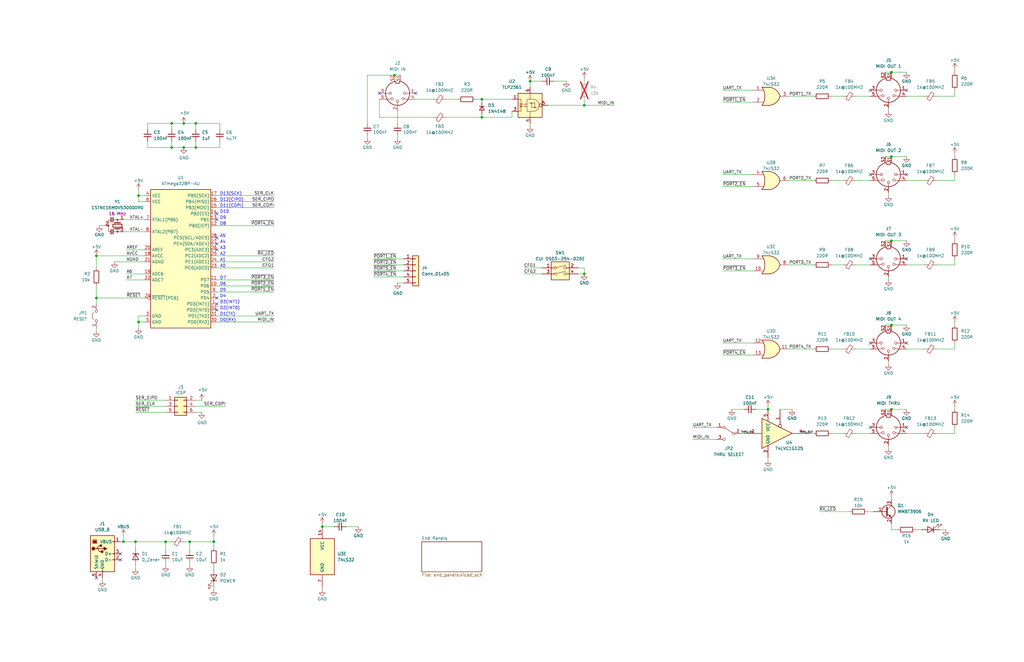
<source format=kicad_sch>
(kicad_sch (version 20230121) (generator eeschema)
  (paper "USLedger")
  (lib_symbols
    (symbol "74xGxx:74LVC1G125"
      (property "Reference" "U" (at -10.16 7.62 0))
      (property "Value" "74LVC1G125" (at 2.54 -7.62 0))
      (symbol "74LVC1G125_1_1"
        (pin input inverted (at 0 10.16 270) (length 7.62) (name "~") (number "1"))
        (pin input line (at -15.24 0 0) (length 7.62) (name "~") (number "2"))
        (pin power_in line (at -5.08 -10.16 90) (length 5.08) (name "GND") (number "3"))
        (pin tri_state line (at 12.7 0 180) (length 7.62) (name "~") (number "4"))
        (pin power_in line (at -5.08 10.16 270) (length 5.08) (name "VCC") (number "5"))
      )
    )
    (symbol "74xx:74LS32" (pin_names (offset 1.016))
      (property "Reference" "U" (at 0 1.27 0))
      (property "Value" "74LS32" (at 0 -1.27 0))
      (symbol "74LS32_1_1"
        (pin input line (at -7.62 2.54 0) (length 4.318) (name "~") (number "1"))
        (pin input line (at -7.62 -2.54 0) (length 4.318) (name "~") (number "2"))
        (pin output line (at 7.62 0 180) (length 3.81) (name "~") (number "3"))
      )
      (symbol "74LS32_1_2"
        (pin input inverted (at -7.62 2.54 0) (length 3.81) (name "~") (number "1"))
        (pin input inverted (at -7.62 -2.54 0) (length 3.81) (name "~") (number "2"))
        (pin output inverted (at 7.62 0 180) (length 3.81) (name "~") (number "3"))
      )
      (symbol "74LS32_2_1"
        (pin input line (at -7.62 2.54 0) (length 4.318) (name "~") (number "4"))
        (pin input line (at -7.62 -2.54 0) (length 4.318) (name "~") (number "5"))
        (pin output line (at 7.62 0 180) (length 3.81) (name "~") (number "6"))
      )
      (symbol "74LS32_2_2"
        (pin input inverted (at -7.62 2.54 0) (length 3.81) (name "~") (number "4"))
        (pin input inverted (at -7.62 -2.54 0) (length 3.81) (name "~") (number "5"))
        (pin output inverted (at 7.62 0 180) (length 3.81) (name "~") (number "6"))
      )
      (symbol "74LS32_3_1"
        (pin input line (at -7.62 -2.54 0) (length 4.318) (name "~") (number "10"))
        (pin output line (at 7.62 0 180) (length 3.81) (name "~") (number "8"))
        (pin input line (at -7.62 2.54 0) (length 4.318) (name "~") (number "9"))
      )
      (symbol "74LS32_3_2"
        (pin input inverted (at -7.62 -2.54 0) (length 3.81) (name "~") (number "10"))
        (pin output inverted (at 7.62 0 180) (length 3.81) (name "~") (number "8"))
        (pin input inverted (at -7.62 2.54 0) (length 3.81) (name "~") (number "9"))
      )
      (symbol "74LS32_4_1"
        (pin output line (at 7.62 0 180) (length 3.81) (name "~") (number "11"))
        (pin input line (at -7.62 2.54 0) (length 4.318) (name "~") (number "12"))
        (pin input line (at -7.62 -2.54 0) (length 4.318) (name "~") (number "13"))
      )
      (symbol "74LS32_4_2"
        (pin output inverted (at 7.62 0 180) (length 3.81) (name "~") (number "11"))
        (pin input inverted (at -7.62 2.54 0) (length 3.81) (name "~") (number "12"))
        (pin input inverted (at -7.62 -2.54 0) (length 3.81) (name "~") (number "13"))
      )
      (symbol "74LS32_5_0"
        (pin power_in line (at 0 12.7 270) (length 5.08) (name "VCC") (number "14"))
        (pin power_in line (at 0 -12.7 90) (length 5.08) (name "GND") (number "7"))
      )
    )
    (symbol "Connector:USB_B" (pin_names (offset 1.016))
      (property "Reference" "J" (at -5.08 11.43 0))
      (property "Value" "USB_B" (at -5.08 8.89 0))
      (symbol "USB_B_1_1"
        (pin power_out line (at 7.62 5.08 180) (length 2.54) (name "VBUS") (number "1"))
        (pin bidirectional line (at 7.62 -2.54 180) (length 2.54) (name "D-") (number "2"))
        (pin bidirectional line (at 7.62 0 180) (length 2.54) (name "D+") (number "3"))
        (pin power_out line (at 0 -10.16 90) (length 2.54) (name "GND") (number "4"))
        (pin passive line (at -2.54 -10.16 90) (length 2.54) (name "Shield") (number "5"))
      )
    )
    (symbol "Connector_Generic:Conn_01x05" (pin_names (offset 1.016) hide)
      (property "Reference" "J" (at 0 7.62 0))
      (property "Value" "Conn_01x05" (at 0 -7.62 0))
      (symbol "Conn_01x05_1_1"
        (pin passive line (at -5.08 5.08 0) (length 3.81) (name "Pin_1") (number "1"))
        (pin passive line (at -5.08 2.54 0) (length 3.81) (name "Pin_2") (number "2"))
        (pin passive line (at -5.08 0 0) (length 3.81) (name "Pin_3") (number "3"))
        (pin passive line (at -5.08 -2.54 0) (length 3.81) (name "Pin_4") (number "4"))
        (pin passive line (at -5.08 -5.08 0) (length 3.81) (name "Pin_5") (number "5"))
      )
    )
    (symbol "Connector_Generic:Conn_02x03_Odd_Even" (pin_names (offset 1.016) hide)
      (property "Reference" "J" (at 1.27 5.08 0))
      (property "Value" "Conn_02x03_Odd_Even" (at 1.27 -5.08 0))
      (symbol "Conn_02x03_Odd_Even_1_1"
        (pin passive line (at -5.08 2.54 0) (length 3.81) (name "Pin_1") (number "1"))
        (pin passive line (at 7.62 2.54 180) (length 3.81) (name "Pin_2") (number "2"))
        (pin passive line (at -5.08 0 0) (length 3.81) (name "Pin_3") (number "3"))
        (pin passive line (at 7.62 0 180) (length 3.81) (name "Pin_4") (number "4"))
        (pin passive line (at -5.08 -2.54 0) (length 3.81) (name "Pin_5") (number "5"))
        (pin passive line (at 7.62 -2.54 180) (length 3.81) (name "Pin_6") (number "6"))
      )
    )
    (symbol "Device:C_Small" (pin_numbers hide) (pin_names (offset 0.254) hide)
      (property "Reference" "C" (at 0.254 1.778 0))
      (property "Value" "C_Small" (at 0.254 -2.032 0))
      (symbol "C_Small_1_1"
        (pin passive line (at 0 2.54 270) (length 2.032) (name "~") (number "1"))
        (pin passive line (at 0 -2.54 90) (length 2.032) (name "~") (number "2"))
      )
    )
    (symbol "Device:D_Small" (pin_numbers hide) (pin_names (offset 0.254) hide)
      (property "Reference" "D" (at -1.27 2.032 0))
      (property "Value" "D_Small" (at -3.81 -2.032 0))
      (symbol "D_Small_1_1"
        (pin passive line (at -2.54 0 0) (length 1.778) (name "K") (number "1"))
        (pin passive line (at 2.54 0 180) (length 1.778) (name "A") (number "2"))
      )
    )
    (symbol "Device:D_Zener" (pin_numbers hide) (pin_names (offset 1.016) hide)
      (property "Reference" "D" (at 0 2.54 0))
      (property "Value" "D_Zener" (at 0 -2.54 0))
      (symbol "D_Zener_1_1"
        (pin passive line (at -3.81 0 0) (length 2.54) (name "K") (number "1"))
        (pin passive line (at 3.81 0 180) (length 2.54) (name "A") (number "2"))
      )
    )
    (symbol "Device:FerriteBead_Small" (pin_numbers hide) (pin_names (offset 0))
      (property "Reference" "FB" (at 1.905 1.27 0))
      (property "Value" "FerriteBead_Small" (at 1.905 -1.27 0))
      (symbol "FerriteBead_Small_1_1"
        (pin passive line (at 0 2.54 270) (length 1.27) (name "~") (number "1"))
        (pin passive line (at 0 -2.54 90) (length 1.27) (name "~") (number "2"))
      )
    )
    (symbol "Device:LED" (pin_numbers hide) (pin_names (offset 1.016) hide)
      (property "Reference" "D" (at 0 2.54 0))
      (property "Value" "LED" (at 0 -2.54 0))
      (symbol "LED_1_1"
        (pin passive line (at -3.81 0 0) (length 2.54) (name "K") (number "1"))
        (pin passive line (at 3.81 0 180) (length 2.54) (name "A") (number "2"))
      )
    )
    (symbol "Device:R" (pin_numbers hide) (pin_names (offset 0))
      (property "Reference" "R" (at 2.032 0 90))
      (property "Value" "R" (at 0 0 90))
      (symbol "R_1_1"
        (pin passive line (at 0 3.81 270) (length 1.27) (name "~") (number "1"))
        (pin passive line (at 0 -3.81 90) (length 1.27) (name "~") (number "2"))
      )
    )
    (symbol "Device:Resonator_Small" (pin_names (offset 1.016) hide)
      (property "Reference" "Y" (at 3.175 1.905 0))
      (property "Value" "Resonator_Small" (at 3.175 0 0))
      (symbol "Resonator_Small_1_1"
        (pin passive line (at -2.54 2.54 270) (length 1.27) (name "1") (number "1"))
        (pin passive line (at 0 -5.08 90) (length 1.27) (name "2") (number "2"))
        (pin passive line (at 2.54 2.54 270) (length 1.27) (name "3") (number "3"))
      )
    )
    (symbol "Jumper:Jumper_2_Open" (pin_names (offset 0) hide)
      (property "Reference" "JP" (at 0 2.794 0))
      (property "Value" "Jumper_2_Open" (at 0 -2.286 0))
      (symbol "Jumper_2_Open_1_1"
        (pin passive line (at -5.08 0 0) (length 2.54) (name "A") (number "1"))
        (pin passive line (at 5.08 0 180) (length 2.54) (name "B") (number "2"))
      )
    )
    (symbol "MCU_Microchip_ATMega_Alternate:ATmega328P-AU"
      (property "Reference" "U" (at -12.7 30.48 0))
      (property "Value" "ATmega328P-AU" (at -8.89 -30.48 0))
      (symbol "ATmega328P-AU_1_1"
        (pin tri_state line (at 15.24 -19.05 180) (length 2.54) (name "PD3(INT1)") (number "1"))
        (pin tri_state line (at 15.24 -11.43 180) (length 2.54) (name "PD6") (number "10"))
        (pin tri_state line (at 15.24 -8.89 180) (length 2.54) (name "PD7") (number "11"))
        (pin tri_state line (at 15.24 13.97 180) (length 2.54) (name "PB0(ICP)") (number "12"))
        (pin tri_state line (at 15.24 16.51 180) (length 2.54) (name "PB1") (number "13"))
        (pin tri_state line (at 15.24 19.05 180) (length 2.54) (name "PB2(CS)") (number "14"))
        (pin tri_state line (at 15.24 21.59 180) (length 2.54) (name "PB3(MOSI)") (number "15"))
        (pin tri_state line (at 15.24 24.13 180) (length 2.54) (name "PB4(MISO)") (number "16"))
        (pin tri_state line (at 15.24 26.67 180) (length 2.54) (name "PB5(SCK)") (number "17"))
        (pin power_in line (at -15.24 1.27 0) (length 2.54) (name "AVCC") (number "18"))
        (pin input line (at -15.24 -6.35 0) (length 2.54) (name "ADC6") (number "19"))
        (pin tri_state line (at 15.24 -16.51 180) (length 2.54) (name "PD4") (number "2"))
        (pin passive line (at -15.24 3.81 0) (length 2.54) (name "AREF") (number "20"))
        (pin passive line (at -15.24 -1.27 0) (length 2.54) (name "AGND") (number "21"))
        (pin input line (at -15.24 -8.89 0) (length 2.54) (name "ADC7") (number "22"))
        (pin tri_state line (at 15.24 -3.81 180) (length 2.54) (name "PC0(ADC0)") (number "23"))
        (pin tri_state line (at 15.24 -1.27 180) (length 2.54) (name "PC1(ADC1)") (number "24"))
        (pin tri_state line (at 15.24 1.27 180) (length 2.54) (name "PC2(ADC2)") (number "25"))
        (pin tri_state line (at 15.24 3.81 180) (length 2.54) (name "PC3(ADC3)") (number "26"))
        (pin tri_state line (at 15.24 6.35 180) (length 2.54) (name "PC4(SDA/ADC4)") (number "27"))
        (pin tri_state line (at 15.24 8.89 180) (length 2.54) (name "PC5(SCL/ADC5)") (number "28"))
        (pin tri_state inverted (at -15.24 -16.51 0) (length 2.54) (name "~{RESET}(PC6)") (number "29"))
        (pin power_in line (at -15.24 -24.13 0) (length 2.54) (name "GND") (number "3"))
        (pin tri_state line (at 15.24 -26.67 180) (length 2.54) (name "PD0(RXD)") (number "30"))
        (pin tri_state line (at 15.24 -24.13 180) (length 2.54) (name "PD1(TXD)") (number "31"))
        (pin tri_state line (at 15.24 -21.59 180) (length 2.54) (name "PD2(INT0)") (number "32"))
        (pin power_in line (at -15.24 26.67 0) (length 2.54) (name "VCC") (number "4"))
        (pin passive line (at -15.24 -26.67 0) (length 2.54) (name "GND") (number "5"))
        (pin passive line (at -15.24 24.13 0) (length 2.54) (name "VCC") (number "6"))
        (pin tri_state line (at -15.24 16.51 0) (length 2.54) (name "XTAL1(PB6)") (number "7"))
        (pin tri_state line (at -15.24 11.43 0) (length 2.54) (name "XTAL2(PB7)") (number "8"))
        (pin tri_state line (at 15.24 -13.97 180) (length 2.54) (name "PD5") (number "9"))
      )
    )
    (symbol "Switch:SW_DIP_x02" (pin_names (offset 0) hide)
      (property "Reference" "SW1" (at 0 8.89 0))
      (property "Value" "SW_DIP_x02" (at 0 6.35 0))
      (symbol "SW_DIP_x02_1_1"
        (pin passive line (at -7.62 2.54 0) (length 5.08) (name "~") (number "1"))
        (pin passive line (at 7.62 2.54 180) (length 5.08) (name "~") (number "2"))
        (pin passive line (at -7.62 0 0) (length 5.08) (name "~") (number "3"))
        (pin passive line (at 7.62 0 180) (length 5.08) (name "~") (number "4"))
      )
    )
    (symbol "Switch:SW_SPDT" (pin_names (offset 0) hide)
      (property "Reference" "SW" (at 0 4.318 0))
      (property "Value" "SW_SPDT" (at 0 -5.08 0))
      (symbol "SW_SPDT_1_1"
        (pin passive line (at 5.08 2.54 180) (length 2.54) (name "A") (number "1"))
        (pin passive line (at -5.08 0 0) (length 2.54) (name "B") (number "2"))
        (pin passive line (at 5.08 -2.54 180) (length 2.54) (name "C") (number "3"))
      )
    )
    (symbol "Transistor_BJT:MMBT3906" (pin_names (offset 0) hide)
      (property "Reference" "Q" (at 5.08 1.905 0))
      (property "Value" "MMBT3906" (at 5.08 0 0))
      (symbol "MMBT3906_1_1"
        (pin input line (at -5.08 0 0) (length 5.715) (name "B") (number "1"))
        (pin passive line (at 2.54 -5.08 90) (length 2.54) (name "E") (number "2"))
        (pin passive line (at 2.54 5.08 270) (length 2.54) (name "C") (number "3"))
      )
    )
    (symbol "kosmo-lib:DIN-5_180degree_Shielded" (pin_names (offset 1.016))
      (property "Reference" "J?" (at 0 10.9474 0))
      (property "Value" "DIN-5_180degree_Shielded" (at 0 8.636 0))
      (symbol "DIN-5_180degree_Shielded_1_1"
        (pin passive line (at -7.62 0 0) (length 2.54) (name "~") (number "1"))
        (pin passive line (at 0 7.62 270) (length 2.54) (name "~") (number "2"))
        (pin passive line (at 7.62 0 180) (length 2.54) (name "~") (number "3"))
        (pin passive line (at -7.62 2.54 0) (length 2.54) (name "~") (number "4"))
        (pin passive line (at 7.62 2.54 180) (length 2.54) (name "~") (number "5"))
        (pin passive line (at -1.27 -7.62 90) (length 2.54) (name "~") (number "S1"))
        (pin passive line (at 1.27 -7.62 90) (length 2.54) (name "~") (number "S2"))
      )
    )
    (symbol "kosmo-lib:TLP2361" (pin_names (offset 1.016))
      (property "Reference" "U2" (at -6.35 10.16 0))
      (property "Value" "TLP2361" (at -6.35 7.62 0))
      (symbol "TLP2361_1_1"
        (pin passive line (at -7.62 2.54 0) (length 2.54) (name "~") (number "1"))
        (pin no_connect line (at -5.08 0 0) (length 2.54) hide (name "~") (number "2"))
        (pin passive line (at -7.62 -2.54 0) (length 2.54) (name "~") (number "3"))
        (pin power_in line (at 0 -7.62 90) (length 2.54) (name "~") (number "4"))
        (pin output inverted (at 7.62 0 180) (length 3.81) (name "~") (number "5"))
        (pin power_in line (at 0 7.62 270) (length 2.54) (name "~") (number "6"))
      )
    )
    (symbol "power:+5V" (power) (pin_names (offset 0))
      (property "Value" "+5V" (at 0 3.556 0))
      (symbol "+5V_1_1"
        (pin power_in line (at 0 0 90) (length 0) hide (name "+5V") (number "1"))
      )
    )
    (symbol "power:GND" (power) (pin_names (offset 0))
      (property "Value" "GND" (at 0 -3.81 0))
      (symbol "GND_1_1"
        (pin power_in line (at 0 0 270) (length 0) hide (name "GND") (number "1"))
      )
    )
    (symbol "power:VBUS" (power) (pin_names (offset 0))
      (property "Value" "VBUS" (at 0 3.81 0))
      (symbol "VBUS_1_1"
        (pin power_in line (at 0 0 90) (length 0) hide (name "VBUS") (number "1"))
      )
    )
  )
  (junction (at 58.42 82.55))
  (junction (at 375.92 101.6))
  (junction (at 40.64 107.95))
  (junction (at 40.64 125.73))
  (junction (at 77.47 62.23))
  (junction (at 82.55 52.07))
  (junction (at 69.85 228.6))
  (junction (at 246.38 115.57))
  (junction (at 246.38 44.45))
  (junction (at 52.07 228.6))
  (junction (at 203.2 49.53))
  (junction (at 375.92 66.04))
  (junction (at 135.89 222.25))
  (junction (at 57.15 228.6))
  (junction (at 375.92 30.48))
  (junction (at 80.01 228.6))
  (junction (at 77.47 52.07))
  (junction (at 323.85 172.72))
  (junction (at 166.37 31.75))
  (junction (at 203.2 41.91))
  (junction (at 223.52 34.29))
  (junction (at 58.42 135.89))
  (junction (at 82.55 62.23))
  (junction (at 90.17 228.6))
  (junction (at 375.92 137.16))
  (junction (at 72.39 52.07))
  (junction (at 375.92 172.72))
  (junction (at 72.39 62.23))
  (no_connect (at 367.03 144.78))
  (no_connect (at 382.27 180.34))
  (no_connect (at 382.27 109.22))
  (no_connect (at 91.44 105.41))
  (no_connect (at 50.8 233.68))
  (no_connect (at 382.27 144.78))
  (no_connect (at 91.44 125.73))
  (no_connect (at 91.44 102.87))
  (no_connect (at 91.44 130.81))
  (no_connect (at 367.03 109.22))
  (no_connect (at 50.8 236.22))
  (no_connect (at 91.44 128.27))
  (no_connect (at 91.44 92.71))
  (no_connect (at 175.26 39.37))
  (no_connect (at 160.02 39.37))
  (no_connect (at 367.03 38.1))
  (no_connect (at 367.03 180.34))
  (no_connect (at 382.27 38.1))
  (no_connect (at 382.27 73.66))
  (no_connect (at 40.64 243.84))
  (no_connect (at 367.03 73.66))
  (no_connect (at 91.44 100.33))
  (no_connect (at 91.44 90.17))
  (wire (pts (xy 304.8 114.3) (xy 317.5 114.3)))
  (wire (pts (xy 52.07 97.79) (xy 60.96 97.79)))
  (wire (pts (xy 203.2 41.91) (xy 215.9 41.91)))
  (wire (pts (xy 373.38 30.48) (xy 375.92 30.48)))
  (wire (pts (xy 223.52 34.29) (xy 223.52 36.83)))
  (wire (pts (xy 80.01 232.41) (xy 80.01 228.6)))
  (wire (pts (xy 57.15 171.45) (xy 69.85 171.45)))
  (wire (pts (xy 92.71 62.23) (xy 82.55 62.23)))
  (wire (pts (xy 95.25 171.45) (xy 82.55 171.45)))
  (wire (pts (xy 62.23 62.23) (xy 72.39 62.23)))
  (wire (pts (xy 312.42 182.88) (xy 313.69 182.88)))
  (wire (pts (xy 72.39 52.07) (xy 77.47 52.07)))
  (wire (pts (xy 62.23 52.07) (xy 72.39 52.07)))
  (wire (pts (xy 91.44 120.65) (xy 115.57 120.65)))
  (wire (pts (xy 91.44 82.55) (xy 115.57 82.55)))
  (wire (pts (xy 231.14 44.45) (xy 246.38 44.45)))
  (wire (pts (xy 360.68 182.88) (xy 367.03 182.88)))
  (wire (pts (xy 57.15 168.91) (xy 69.85 168.91)))
  (wire (pts (xy 382.27 147.32) (xy 389.89 147.32)))
  (wire (pts (xy 402.59 73.66) (xy 402.59 76.2)))
  (wire (pts (xy 72.39 59.69) (xy 72.39 62.23)))
  (wire (pts (xy 82.55 52.07) (xy 92.71 52.07)))
  (wire (pts (xy 374.65 116.84) (xy 374.65 118.11)))
  (wire (pts (xy 91.44 118.11) (xy 115.57 118.11)))
  (wire (pts (xy 58.42 82.55) (xy 60.96 82.55)))
  (wire (pts (xy 304.8 38.1) (xy 317.5 38.1)))
  (wire (pts (xy 160.02 41.91) (xy 160.02 49.53)))
  (wire (pts (xy 58.42 133.35) (xy 60.96 133.35)))
  (wire (pts (xy 350.52 40.64) (xy 355.6 40.64)))
  (wire (pts (xy 82.55 52.07) (xy 82.55 54.61)))
  (wire (pts (xy 40.64 125.73) (xy 40.64 128.27)))
  (wire (pts (xy 318.77 172.72) (xy 323.85 172.72)))
  (wire (pts (xy 394.97 40.64) (xy 402.59 40.64)))
  (wire (pts (xy 166.37 31.75) (xy 168.91 31.75)))
  (wire (pts (xy 91.44 107.95) (xy 115.57 107.95)))
  (wire (pts (xy 203.2 41.91) (xy 203.2 43.18)))
  (wire (pts (xy 246.38 115.57) (xy 246.38 113.03)))
  (wire (pts (xy 304.8 109.22) (xy 317.5 109.22)))
  (wire (pts (xy 394.97 111.76) (xy 402.59 111.76)))
  (wire (pts (xy 157.48 109.22) (xy 170.18 109.22)))
  (wire (pts (xy 167.64 46.99) (xy 167.64 52.07)))
  (wire (pts (xy 90.17 247.65) (xy 90.17 248.92)))
  (wire (pts (xy 382.27 182.88) (xy 389.89 182.88)))
  (wire (pts (xy 332.74 76.2) (xy 342.9 76.2)))
  (wire (pts (xy 85.09 173.99) (xy 82.55 173.99)))
  (wire (pts (xy 62.23 54.61) (xy 62.23 52.07)))
  (wire (pts (xy 223.52 52.07) (xy 223.52 53.34)))
  (wire (pts (xy 246.38 115.57) (xy 243.84 115.57)))
  (wire (pts (xy 53.34 118.11) (xy 60.96 118.11)))
  (wire (pts (xy 373.38 66.04) (xy 375.92 66.04)))
  (wire (pts (xy 304.8 73.66) (xy 317.5 73.66)))
  (wire (pts (xy 292.1 180.34) (xy 302.26 180.34)))
  (wire (pts (xy 323.85 171.45) (xy 323.85 172.72)))
  (wire (pts (xy 382.27 137.16) (xy 375.92 137.16)))
  (wire (pts (xy 135.89 220.98) (xy 135.89 222.25)))
  (wire (pts (xy 91.44 135.89) (xy 115.57 135.89)))
  (wire (pts (xy 402.59 135.89) (xy 402.59 137.16)))
  (wire (pts (xy 60.96 125.73) (xy 40.64 125.73)))
  (wire (pts (xy 402.59 144.78) (xy 402.59 147.32)))
  (wire (pts (xy 43.18 243.84) (xy 43.18 245.11)))
  (wire (pts (xy 223.52 34.29) (xy 228.6 34.29)))
  (wire (pts (xy 72.39 62.23) (xy 77.47 62.23)))
  (wire (pts (xy 91.44 110.49) (xy 115.57 110.49)))
  (wire (pts (xy 72.39 54.61) (xy 72.39 52.07)))
  (wire (pts (xy 394.97 182.88) (xy 402.59 182.88)))
  (wire (pts (xy 365.76 215.9) (xy 368.3 215.9)))
  (wire (pts (xy 382.27 30.48) (xy 375.92 30.48)))
  (wire (pts (xy 53.34 105.41) (xy 60.96 105.41)))
  (wire (pts (xy 135.89 222.25) (xy 140.97 222.25)))
  (wire (pts (xy 332.74 147.32) (xy 342.9 147.32)))
  (wire (pts (xy 246.38 113.03) (xy 243.84 113.03)))
  (wire (pts (xy 373.38 137.16) (xy 375.92 137.16)))
  (wire (pts (xy 77.47 52.07) (xy 82.55 52.07)))
  (wire (pts (xy 80.01 228.6) (xy 90.17 228.6)))
  (wire (pts (xy 80.01 228.6) (xy 77.47 228.6)))
  (wire (pts (xy 82.55 62.23) (xy 82.55 59.69)))
  (wire (pts (xy 187.96 49.53) (xy 203.2 49.53)))
  (wire (pts (xy 62.23 59.69) (xy 62.23 62.23)))
  (wire (pts (xy 228.6 113.03) (xy 220.98 113.03)))
  (wire (pts (xy 146.05 222.25) (xy 151.13 222.25)))
  (wire (pts (xy 374.65 45.72) (xy 374.65 46.99)))
  (wire (pts (xy 58.42 135.89) (xy 60.96 135.89)))
  (wire (pts (xy 58.42 80.01) (xy 58.42 82.55)))
  (wire (pts (xy 77.47 62.23) (xy 82.55 62.23)))
  (wire (pts (xy 91.44 123.19) (xy 115.57 123.19)))
  (wire (pts (xy 157.48 114.3) (xy 170.18 114.3)))
  (wire (pts (xy 382.27 76.2) (xy 389.89 76.2)))
  (wire (pts (xy 115.57 133.35) (xy 91.44 133.35)))
  (wire (pts (xy 48.26 110.49) (xy 60.96 110.49)))
  (wire (pts (xy 382.27 172.72) (xy 375.92 172.72)))
  (wire (pts (xy 157.48 116.84) (xy 170.18 116.84)))
  (wire (pts (xy 394.97 147.32) (xy 402.59 147.32)))
  (wire (pts (xy 375.92 223.52) (xy 378.46 223.52)))
  (wire (pts (xy 40.64 125.73) (xy 40.64 120.65)))
  (wire (pts (xy 167.64 57.15) (xy 167.64 58.42)))
  (wire (pts (xy 402.59 38.1) (xy 402.59 40.64)))
  (wire (pts (xy 304.8 43.18) (xy 317.5 43.18)))
  (wire (pts (xy 382.27 111.76) (xy 389.89 111.76)))
  (wire (pts (xy 259.08 44.45) (xy 246.38 44.45)))
  (wire (pts (xy 373.38 172.72) (xy 375.92 172.72)))
  (wire (pts (xy 345.44 215.9) (xy 358.14 215.9)))
  (wire (pts (xy 40.64 107.95) (xy 60.96 107.95)))
  (wire (pts (xy 91.44 85.09) (xy 115.57 85.09)))
  (wire (pts (xy 57.15 228.6) (xy 69.85 228.6)))
  (wire (pts (xy 52.07 226.06) (xy 52.07 228.6)))
  (wire (pts (xy 200.66 41.91) (xy 203.2 41.91)))
  (wire (pts (xy 374.65 152.4) (xy 374.65 153.67)))
  (wire (pts (xy 292.1 185.42) (xy 302.26 185.42)))
  (wire (pts (xy 154.94 57.15) (xy 154.94 58.42)))
  (wire (pts (xy 41.91 95.25) (xy 44.45 95.25)))
  (wire (pts (xy 394.97 76.2) (xy 402.59 76.2)))
  (wire (pts (xy 69.85 237.49) (xy 69.85 238.76)))
  (wire (pts (xy 332.74 40.64) (xy 342.9 40.64)))
  (wire (pts (xy 91.44 95.25) (xy 115.57 95.25)))
  (wire (pts (xy 246.38 41.91) (xy 246.38 44.45)))
  (wire (pts (xy 90.17 238.76) (xy 90.17 240.03)))
  (wire (pts (xy 402.59 29.21) (xy 402.59 30.48)))
  (wire (pts (xy 360.68 147.32) (xy 367.03 147.32)))
  (wire (pts (xy 373.38 101.6) (xy 375.92 101.6)))
  (wire (pts (xy 69.85 228.6) (xy 72.39 228.6)))
  (wire (pts (xy 203.2 48.26) (xy 203.2 49.53)))
  (wire (pts (xy 233.68 34.29) (xy 238.76 34.29)))
  (wire (pts (xy 187.96 41.91) (xy 193.04 41.91)))
  (wire (pts (xy 360.68 40.64) (xy 367.03 40.64)))
  (wire (pts (xy 386.08 223.52) (xy 388.62 223.52)))
  (wire (pts (xy 382.27 101.6) (xy 375.92 101.6)))
  (wire (pts (xy 90.17 228.6) (xy 90.17 231.14)))
  (wire (pts (xy 215.9 46.99) (xy 215.9 49.53)))
  (wire (pts (xy 58.42 138.43) (xy 58.42 135.89)))
  (wire (pts (xy 374.65 187.96) (xy 374.65 189.23)))
  (wire (pts (xy 402.59 109.22) (xy 402.59 111.76)))
  (wire (pts (xy 328.93 172.72) (xy 334.01 172.72)))
  (wire (pts (xy 228.6 115.57) (xy 220.98 115.57)))
  (wire (pts (xy 154.94 31.75) (xy 154.94 52.07)))
  (wire (pts (xy 332.74 111.76) (xy 342.9 111.76)))
  (wire (pts (xy 375.92 209.55) (xy 375.92 210.82)))
  (wire (pts (xy 304.8 78.74) (xy 317.5 78.74)))
  (wire (pts (xy 402.59 180.34) (xy 402.59 182.88)))
  (wire (pts (xy 375.92 220.98) (xy 375.92 223.52)))
  (wire (pts (xy 40.64 138.43) (xy 40.64 139.7)))
  (wire (pts (xy 350.52 182.88) (xy 355.6 182.88)))
  (wire (pts (xy 360.68 111.76) (xy 367.03 111.76)))
  (wire (pts (xy 396.24 223.52) (xy 398.78 223.52)))
  (wire (pts (xy 402.59 64.77) (xy 402.59 66.04)))
  (wire (pts (xy 374.65 81.28) (xy 374.65 82.55)))
  (wire (pts (xy 304.8 144.78) (xy 317.5 144.78)))
  (wire (pts (xy 52.07 228.6) (xy 57.15 228.6)))
  (wire (pts (xy 160.02 49.53) (xy 182.88 49.53)))
  (wire (pts (xy 92.71 59.69) (xy 92.71 62.23)))
  (wire (pts (xy 57.15 173.99) (xy 69.85 173.99)))
  (wire (pts (xy 308.61 172.72) (xy 313.69 172.72)))
  (wire (pts (xy 203.2 49.53) (xy 215.9 49.53)))
  (wire (pts (xy 53.34 115.57) (xy 60.96 115.57)))
  (wire (pts (xy 350.52 147.32) (xy 355.6 147.32)))
  (wire (pts (xy 154.94 31.75) (xy 166.37 31.75)))
  (wire (pts (xy 90.17 226.06) (xy 90.17 228.6)))
  (wire (pts (xy 82.55 168.91) (xy 85.09 168.91)))
  (wire (pts (xy 58.42 82.55) (xy 58.42 85.09)))
  (wire (pts (xy 175.26 41.91) (xy 182.88 41.91)))
  (wire (pts (xy 350.52 76.2) (xy 355.6 76.2)))
  (wire (pts (xy 57.15 228.6) (xy 57.15 231.14)))
  (wire (pts (xy 91.44 113.03) (xy 115.57 113.03)))
  (wire (pts (xy 40.64 113.03) (xy 40.64 107.95)))
  (wire (pts (xy 92.71 52.07) (xy 92.71 54.61)))
  (wire (pts (xy 402.59 100.33) (xy 402.59 101.6)))
  (wire (pts (xy 360.68 76.2) (xy 367.03 76.2)))
  (wire (pts (xy 58.42 85.09) (xy 60.96 85.09)))
  (wire (pts (xy 91.44 87.63) (xy 115.57 87.63)))
  (wire (pts (xy 69.85 228.6) (xy 69.85 232.41)))
  (wire (pts (xy 382.27 40.64) (xy 389.89 40.64)))
  (wire (pts (xy 135.89 247.65) (xy 135.89 248.92)))
  (wire (pts (xy 80.01 238.76) (xy 80.01 237.49)))
  (wire (pts (xy 323.85 193.04) (xy 323.85 194.31)))
  (wire (pts (xy 58.42 135.89) (xy 58.42 133.35)))
  (wire (pts (xy 382.27 66.04) (xy 375.92 66.04)))
  (wire (pts (xy 50.8 228.6) (xy 52.07 228.6)))
  (wire (pts (xy 304.8 149.86) (xy 317.5 149.86)))
  (wire (pts (xy 246.38 33.02) (xy 246.38 34.29)))
  (wire (pts (xy 350.52 111.76) (xy 355.6 111.76)))
  (wire (pts (xy 57.15 238.76) (xy 57.15 240.03)))
  (wire (pts (xy 157.48 111.76) (xy 170.18 111.76)))
  (wire (pts (xy 342.9 182.88) (xy 341.63 182.88)))
  (wire (pts (xy 52.07 92.71) (xy 60.96 92.71)))
  (wire (pts (xy 167.64 119.38) (xy 170.18 119.38)))
  (wire (pts (xy 402.59 171.45) (xy 402.59 172.72)))
  (text "D12(CIPO)" (at 92.71 85.09 0) (effects (font (size 1.27 1.27)) (justify left bottom)))
  (text "D9" (at 92.71 92.71 0) (effects (font (size 1.27 1.27)) (justify left bottom)))
  (text "D1(TX)" (at 92.71 133.35 0) (effects (font (size 1.27 1.27)) (justify left bottom)))
  (text "A1" (at 92.71 110.49 0) (effects (font (size 1.27 1.27)) (justify left bottom)))
  (text "D6" (at 92.71 120.65 0) (effects (font (size 1.27 1.27)) (justify left bottom)))
  (text "A2" (at 92.71 107.95 0) (effects (font (size 1.27 1.27)) (justify left bottom)))
  (text "D3(INT1)" (at 92.71 128.27 0) (effects (font (size 1.27 1.27)) (justify left bottom)))
  (text "D7" (at 92.71 118.11 0) (effects (font (size 1.27 1.27)) (justify left bottom)))
  (text "D11(COPI)" (at 92.71 87.63 0) (effects (font (size 1.27 1.27)) (justify left bottom)))
  (text "D8" (at 92.71 95.25 0) (effects (font (size 1.27 1.27)) (justify left bottom)))
  (text "D5" (at 92.71 123.19 0) (effects (font (size 1.27 1.27)) (justify left bottom)))
  (text "A4" (at 92.71 102.87 0) (effects (font (size 1.27 1.27)) (justify left bottom)))
  (text "A3" (at 92.71 105.41 0) (effects (font (size 1.27 1.27)) (justify left bottom)))
  (text "D0(RX)" (at 92.71 135.89 0) (effects (font (size 1.27 1.27)) (justify left bottom)))
  (text "D13(SCK)" (at 92.71 82.55 0) (effects (font (size 1.27 1.27)) (justify left bottom)))
  (text "D4" (at 92.71 125.73 0) (effects (font (size 1.27 1.27)) (justify left bottom)))
  (text "D10" (at 92.71 90.17 0) (effects (font (size 1.27 1.27)) (justify left bottom)))
  (text "D2(INT0)" (at 92.71 130.81 0) (effects (font (size 1.27 1.27)) (justify left bottom)))
  (text "A5" (at 92.71 100.33 0) (effects (font (size 1.27 1.27)) (justify left bottom)))
  (text "A0" (at 92.71 113.03 0) (effects (font (size 1.27 1.27)) (justify left bottom)))
  (label "SER_COPI" (at 95.25 171.45 180))
  (label "UART_TX" (at 292.1 180.34 0))
  (label "SER_CIPO" (at 57.15 168.91 0))
  (label "~{PORT1_EN}" (at 115.57 123.19 180))
  (label "UART_TX" (at 304.8 73.66 0))
  (label "~{PORT4_EN}" (at 157.48 116.84 0))
  (label "PORT3_TX" (at 332.74 111.76 0))
  (label "A7" (at 53.34 118.11 0))
  (label "~{RESET}" (at 53.34 125.73 0))
  (label "~{PORT1_EN}" (at 304.8 43.18 0))
  (label "~{PORT3_EN}" (at 157.48 114.3 0))
  (label "~{PORT2_EN}" (at 304.8 78.74 0))
  (label "SER_CIPO" (at 115.57 85.09 180))
  (label "AGND" (at 53.34 110.49 0))
  (label "A6" (at 53.34 115.57 0))
  (label "~{PORT3_EN}" (at 115.57 118.11 180))
  (label "SER_CLK" (at 115.57 82.55 180))
  (label "SER_COPI" (at 115.57 87.63 180))
  (label "THRU_OUT" (at 342.9 182.88 180) (effects (font (size 0.762 0.762))))
  (label "CFG1" (at 220.98 113.03 0))
  (label "~{RESET}" (at 57.15 173.99 0))
  (label "CFG2" (at 220.98 115.57 0))
  (label "XTAL-" (at 54.61 97.79 0))
  (label "~{RX_LED}" (at 115.57 107.95 180))
  (label "~{PORT3_EN}" (at 304.8 114.3 0))
  (label "MIDI_IN" (at 259.08 44.45 180))
  (label "UART_TX" (at 304.8 109.22 0))
  (label "SER_CLK" (at 57.15 171.45 0))
  (label "PORT2_TX" (at 332.74 76.2 0))
  (label "AVCC" (at 53.34 107.95 0))
  (label "~{PORT4_EN}" (at 304.8 149.86 0))
  (label "CFG2" (at 115.57 110.49 180))
  (label "UART_TX" (at 304.8 144.78 0))
  (label "UART_TX" (at 115.57 133.35 180))
  (label "MIDI_IN" (at 292.1 185.42 0))
  (label "PORT4_TX" (at 332.74 147.32 0))
  (label "~{PORT2_EN}" (at 157.48 111.76 0))
  (label "THRU_SEL" (at 312.42 182.88 0) (effects (font (size 0.762 0.762))))
  (label "UART_TX" (at 304.8 38.1 0))
  (label "~{PORT2_EN}" (at 115.57 120.65 180))
  (label "CFG1" (at 115.57 113.03 180))
  (label "~{PORT4_EN}" (at 115.57 95.25 180))
  (label "XTAL+" (at 54.61 92.71 0))
  (label "~{PORT1_EN}" (at 157.48 109.22 0))
  (label "PORT1_TX" (at 332.74 40.64 0))
  (label "AREF" (at 53.34 105.41 0))
  (label "~{RX_LED}" (at 345.44 215.9 0))
  (label "MIDI_IN" (at 115.57 135.89 180))
  (symbol (lib_id "Connector:USB_B") (at 43.18 233.68 0) (unit 1)
    (property "Reference" "J1" (at 43.18 220.98 0))
    (property "Value" "USB_B" (at 43.18 223.52 0))
    (property "Footprint" "kosmo-lib:USB_B_OST_USB-B1HSxx_Horizontal" (effects hide))
    (property "Datasheet" " ~" (effects hide))
  )
  (symbol (lib_id "power:GND") (at 382.27 101.6 0) (unit 1)
    (property "Reference" "#PWR040" (effects hide))
    (property "Value" "GND" (at 382.27 105.41 0))
  )
  (symbol (lib_id "Device:C_Small") (at 82.55 57.15 0) (mirror x) (unit 1)
    (property "Reference" "C5" (at 85.09 55.88 0) (effects (justify left)))
    (property "Value" "1uF" (at 85.09 58.42 0) (effects (justify left)))
    (property "Footprint" "Capacitor_SMD:C_0805_2012Metric" (effects hide))
  )
  (symbol (lib_id "Device:FerriteBead_Small") (at 392.43 111.76 90) (unit 1)
    (property "Reference" "FB9" (at 392.3919 105.41 90))
    (property "Value" "1k@100MHZ" (at 392.3919 107.95 90))
    (property "Footprint" "Inductor_SMD:L_0805_2012Metric" (effects hide))
  )
  (symbol (lib_id "power:GND") (at 374.65 189.23 0) (unit 1)
    (property "Reference" "#PWR037" (effects hide))
    (property "Value" "GND" (at 374.65 193.04 0))
  )
  (symbol (lib_id "Device:FerriteBead_Small") (at 358.14 76.2 90) (unit 1)
    (property "Reference" "FB6" (at 358.1019 69.85 90))
    (property "Value" "1k@100MHZ" (at 358.1019 72.39 90))
    (property "Footprint" "Inductor_SMD:L_0805_2012Metric" (effects hide))
  )
  (symbol (lib_id "Device:C_Small") (at 167.64 54.61 0) (unit 1)
    (property "Reference" "C8" (at 169.9768 53.4416 0) (effects (justify left)))
    (property "Value" "100nF" (at 169.9768 55.753 0) (effects (justify left)))
    (property "Footprint" "Capacitor_SMD:C_0805_2012Metric" (effects hide))
  )
  (symbol (lib_id "Device:FerriteBead_Small") (at 74.93 228.6 90) (unit 1)
    (property "Reference" "FB1" (at 74.8919 222.25 90))
    (property "Value" "1k@100MHZ" (at 74.8919 224.79 90))
    (property "Footprint" "Inductor_SMD:L_0805_2012Metric" (effects hide))
  )
  (symbol (lib_id "power:+5V") (at 323.85 171.45 0) (unit 1)
    (property "Reference" "#PWR03" (effects hide))
    (property "Value" "+5V" (at 323.85 167.64 0))
  )
  (symbol (lib_id "power:GND") (at 48.26 110.49 0) (unit 1)
    (property "Reference" "#PWR09" (effects hide))
    (property "Value" "GND" (at 48.26 114.3 0))
  )
  (symbol (lib_id "power:GND") (at 382.27 137.16 0) (unit 1)
    (property "Reference" "#PWR041" (effects hide))
    (property "Value" "GND" (at 382.27 140.97 0))
  )
  (symbol (lib_id "Device:C_Small") (at 231.14 34.29 90) (unit 1)
    (property "Reference" "C9" (at 231.14 29.21 90))
    (property "Value" "100nF" (at 231.14 31.75 90))
    (property "Footprint" "Capacitor_SMD:C_0805_2012Metric" (effects hide))
  )
  (symbol (lib_id "power:GND") (at 135.89 248.92 0) (unit 1)
    (property "Reference" "#PWR019" (effects hide))
    (property "Value" "GND" (at 135.89 252.73 0))
  )
  (symbol (lib_id "Device:R") (at 402.59 34.29 0) (unit 1)
    (property "Reference" "R6" (at 405.13 33.02 0) (effects (justify left)))
    (property "Value" "220R" (at 405.13 35.56 0) (effects (justify left)))
    (property "Footprint" "Resistor_SMD:R_0805_2012Metric" (effects hide))
  )
  (symbol (lib_id "power:+5V") (at 402.59 171.45 0) (unit 1)
    (property "Reference" "#PWR047" (effects hide))
    (property "Value" "+5V" (at 402.59 167.64 0))
  )
  (symbol (lib_id "Device:R") (at 346.71 182.88 270) (unit 1)
    (property "Reference" "R13" (at 346.71 176.53 90))
    (property "Value" "220R" (at 346.71 179.07 90))
    (property "Footprint" "Resistor_SMD:R_0805_2012Metric" (effects hide))
  )
  (symbol (lib_id "Device:R") (at 402.59 176.53 0) (unit 1)
    (property "Reference" "R14" (at 405.13 175.26 0) (effects (justify left)))
    (property "Value" "220R" (at 405.13 177.8 0) (effects (justify left)))
    (property "Footprint" "Resistor_SMD:R_0805_2012Metric" (effects hide))
  )
  (symbol (lib_id "MCU_Microchip_ATMega_Alternate:ATmega328P-AU") (at 76.2 109.22 0) (unit 1)
    (property "Reference" "U1" (at 76.2 74.93 0))
    (property "Value" "ATmega328P-AU" (at 76.2 77.47 0))
    (property "Footprint" "Package_QFP:TQFP-32_7x7mm_P0.8mm" (effects hide))
    (property "Datasheet" "http://ww1.microchip.com/downloads/en/DeviceDoc/ATmega328_P%20AVR%20MCU%20with%20picoPower%20Technology%20Data%20Sheet%2040001984A.pdf" (effects hide))
  )
  (symbol (lib_id "Transistor_BJT:MMBT3906") (at 373.38 215.9 0) (unit 1)
    (property "Reference" "Q1" (at 378.46 213.36 0) (effects (justify left)))
    (property "Value" "MMBT3906" (at 378.46 215.9 0) (effects (justify left)))
    (property "Footprint" "Package_TO_SOT_SMD:SOT-23" (effects hide))
    (property "Datasheet" "https://www.onsemi.com/pub/Collateral/2N3906-D.PDF" (effects hide))
  )
  (symbol (lib_id "power:GND") (at 308.61 172.72 0) (unit 1)
    (property "Reference" "#PWR04" (effects hide))
    (property "Value" "GND" (at 308.61 176.53 0))
  )
  (symbol (lib_id "Device:FerriteBead_Small") (at 358.14 111.76 90) (unit 1)
    (property "Reference" "FB8" (at 358.1019 105.41 90))
    (property "Value" "1k@100MHZ" (at 358.1019 107.95 90))
    (property "Footprint" "Inductor_SMD:L_0805_2012Metric" (effects hide))
  )
  (symbol (lib_id "kosmo-lib:TLP2361") (at 223.52 44.45 0) (unit 1)
    (property "Reference" "U2" (at 215.9 34.29 0))
    (property "Value" "TLP2361" (at 215.9 36.83 0))
    (property "Footprint" "Package_SO:SO-5_4.4x3.6mm_P1.27mm" (effects hide))
    (property "Datasheet" "https://toshiba.semicon-storage.com/info/TLP2361_datasheet_en_20151102.pdf?did=14229&prodName=TLP2361" (effects hide))
  )
  (symbol (lib_id "Device:D_Small") (at 203.2 45.72 270) (unit 1)
    (property "Reference" "D3" (at 205.74 44.45 90) (effects (justify left)))
    (property "Value" "1N4148" (at 205.74 46.99 90) (effects (justify left)))
    (property "Footprint" "Diode_SMD:D_SOD-123" (effects hide))
  )
  (symbol (lib_id "power:+5V") (at 90.17 226.06 0) (unit 1)
    (property "Reference" "#PWR014" (effects hide))
    (property "Value" "+5V" (at 90.17 222.25 0))
  )
  (symbol (lib_id "Device:FerriteBead_Small") (at 358.14 40.64 90) (unit 1)
    (property "Reference" "FB4" (at 358.14 34.29 90))
    (property "Value" "1k@100MHZ" (at 358.14 36.83 90))
    (property "Footprint" "Inductor_SMD:L_0805_2012Metric" (effects hide))
  )
  (symbol (lib_id "Device:C_Small") (at 62.23 57.15 180) (unit 1)
    (property "Reference" "C3" (at 64.77 55.88 0) (effects (justify right)))
    (property "Value" "100nF" (at 64.77 58.42 0) (effects (justify right)))
    (property "Footprint" "Capacitor_SMD:C_0805_2012Metric" (effects hide))
  )
  (symbol (lib_id "power:GND") (at 85.09 173.99 0) (unit 1)
    (property "Reference" "#PWR026" (effects hide))
    (property "Value" "GND" (at 85.217 178.3842 0))
  )
  (symbol (lib_id "Device:C_Small") (at 316.23 172.72 90) (unit 1)
    (property "Reference" "C11" (at 316.23 167.64 90))
    (property "Value" "100nF" (at 316.23 170.18 90))
    (property "Footprint" "Capacitor_SMD:C_0805_2012Metric" (effects hide))
  )
  (symbol (lib_id "power:GND") (at 238.76 34.29 0) (unit 1)
    (property "Reference" "#PWR029" (effects hide))
    (property "Value" "GND" (at 238.76 38.1 0))
  )
  (symbol (lib_id "power:GND") (at 77.47 62.23 0) (unit 1)
    (property "Reference" "#PWR017" (effects hide))
    (property "Value" "GND" (at 77.597 66.6242 0))
  )
  (symbol (lib_id "Device:FerriteBead_Small") (at 358.14 147.32 90) (unit 1)
    (property "Reference" "FB10" (at 358.1019 140.97 90))
    (property "Value" "1k@100MHZ" (at 358.1019 143.51 90))
    (property "Footprint" "Inductor_SMD:L_0805_2012Metric" (effects hide))
  )
  (symbol (lib_id "Switch:SW_SPDT") (at 307.34 182.88 0) (mirror y) (unit 1)
    (property "Reference" "JP2" (at 307.34 189.23 0))
    (property "Value" "THRU SELECT" (at 307.34 191.77 0))
    (property "Footprint" "Connector_PinHeader_2.54mm:PinHeader_1x03_P2.54mm_Vertical" (effects hide))
  )
  (symbol (lib_id "power:GND") (at 90.17 248.92 0) (mirror y) (unit 1)
    (property "Reference" "#PWR015" (effects hide))
    (property "Value" "GND" (at 90.17 252.73 0))
  )
  (symbol (lib_id "Device:FerriteBead_Small") (at 392.43 76.2 90) (unit 1)
    (property "Reference" "FB7" (at 392.3919 69.85 90))
    (property "Value" "1k@100MHZ" (at 392.3919 72.39 90))
    (property "Footprint" "Inductor_SMD:L_0805_2012Metric" (effects hide))
  )
  (symbol (lib_id "Device:R") (at 382.27 223.52 90) (mirror x) (unit 1)
    (property "Reference" "R16" (at 382.27 226.06 90))
    (property "Value" "1k" (at 382.27 228.6 90))
    (property "Footprint" "Resistor_SMD:R_0805_2012Metric" (effects hide))
  )
  (symbol (lib_id "74xx:74LS32") (at 325.12 76.2 0) (unit 2)
    (property "Reference" "U3" (at 325.12 68.58 0))
    (property "Value" "74LS32" (at 325.12 71.12 0))
    (property "Footprint" "Package_SO:SOIC-14_3.9x8.7mm_P1.27mm" (effects hide))
    (property "Datasheet" "http://www.ti.com/lit/gpn/sn74LS32" (effects hide))
  )
  (symbol (lib_id "power:+5V") (at 402.59 29.21 0) (unit 1)
    (property "Reference" "#PWR043" (effects hide))
    (property "Value" "+5V" (at 402.59 25.4 0))
  )
  (symbol (lib_id "power:GND") (at 58.42 138.43 0) (unit 1)
    (property "Reference" "#PWR012" (effects hide))
    (property "Value" "GND" (at 58.42 142.24 0))
  )
  (symbol (lib_id "power:GND") (at 40.64 139.7 0) (unit 1)
    (property "Reference" "#PWR06" (effects hide))
    (property "Value" "GND" (at 40.64 143.51 0))
  )
  (symbol (lib_id "power:+5V") (at 135.89 220.98 0) (unit 1)
    (property "Reference" "#PWR018" (effects hide))
    (property "Value" "+5V" (at 135.89 217.17 0))
  )
  (symbol (lib_id "Device:R") (at 346.71 111.76 270) (unit 1)
    (property "Reference" "R9" (at 346.71 105.41 90))
    (property "Value" "220R" (at 346.71 107.95 90))
    (property "Footprint" "Resistor_SMD:R_0805_2012Metric" (effects hide))
  )
  (symbol (lib_id "power:GND") (at 334.01 172.72 0) (unit 1)
    (property "Reference" "#PWR049" (effects hide))
    (property "Value" "GND" (at 334.01 176.53 0))
  )
  (symbol (lib_id "Device:R") (at 90.17 234.95 0) (unit 1)
    (property "Reference" "R1" (at 92.71 233.68 0) (effects (justify left)))
    (property "Value" "1k" (at 92.71 236.22 0) (effects (justify left)))
    (property "Footprint" "Resistor_SMD:R_0805_2012Metric" (effects hide))
  )
  (symbol (lib_id "power:GND") (at 374.65 153.67 0) (unit 1)
    (property "Reference" "#PWR036" (effects hide))
    (property "Value" "GND" (at 374.65 157.48 0))
  )
  (symbol (lib_id "Device:LED") (at 90.17 243.84 270) (mirror x) (unit 1)
    (property "Reference" "D2" (at 92.71 242.57 90) (effects (justify left)))
    (property "Value" "POWER" (at 92.71 245.11 90) (effects (justify left)))
    (property "Footprint" "LED_THT:LED_D3.0mm_Horizontal_O1.27mm_Z6.0mm" (effects hide))
  )
  (symbol (lib_id "power:+5V") (at 402.59 64.77 0) (unit 1)
    (property "Reference" "#PWR044" (effects hide))
    (property "Value" "+5V" (at 402.59 60.96 0))
  )
  (symbol (lib_id "74xGxx:74LVC1G125") (at 328.93 182.88 0) (unit 1)
    (property "Reference" "U4" (at 332.74 186.69 0))
    (property "Value" "74LVC1G125" (at 332.74 189.23 0))
    (property "Footprint" "Package_TO_SOT_SMD:SOT-23-5" (effects hide))
    (property "Datasheet" "https://www.ti.com/lit/ds/symlink/sn74lvc1g125.pdf" (effects hide))
  )
  (symbol (lib_id "power:+5V") (at 402.59 135.89 0) (unit 1)
    (property "Reference" "#PWR046" (effects hide))
    (property "Value" "+5V" (at 402.59 132.08 0))
  )
  (symbol (lib_id "Device:FerriteBead_Small") (at 392.43 40.64 90) (unit 1)
    (property "Reference" "FB5" (at 392.3919 34.29 90))
    (property "Value" "1k@100MHZ" (at 392.3919 36.83 90))
    (property "Footprint" "Inductor_SMD:L_0805_2012Metric" (effects hide))
  )
  (symbol (lib_id "power:VBUS") (at 52.07 226.06 0) (unit 1)
    (property "Reference" "#PWR08" (effects hide))
    (property "Value" "VBUS" (at 52.07 222.25 0))
  )
  (symbol (lib_id "Device:R") (at 346.71 40.64 270) (unit 1)
    (property "Reference" "R5" (at 346.71 34.29 90))
    (property "Value" "220R" (at 346.71 36.83 90))
    (property "Footprint" "Resistor_SMD:R_0805_2012Metric" (effects hide))
  )
  (symbol (lib_id "Switch:SW_DIP_x02") (at 236.22 115.57 0) (unit 1)
    (property "Reference" "SW1" (at 236.22 106.68 0))
    (property "Value" "CUI DS03-254-02BE" (at 236.22 109.22 0))
    (property "Footprint" "kosmo-lib:SW_DIP_CUI_DS03-254-02BE" (effects hide))
  )
  (symbol (lib_id "Device:C_Small") (at 92.71 57.15 180) (unit 1)
    (property "Reference" "C6" (at 95.25 55.88 0) (effects (justify right)))
    (property "Value" "4u7F" (at 95.25 58.42 0) (effects (justify right)))
    (property "Footprint" "Capacitor_SMD:C_0805_2012Metric" (effects hide))
  )
  (symbol (lib_id "power:GND") (at 167.64 58.42 0) (unit 1)
    (property "Reference" "#PWR022" (effects hide))
    (property "Value" "GND" (at 167.64 62.23 0))
  )
  (symbol (lib_id "power:GND") (at 246.38 115.57 0) (mirror y) (unit 1)
    (property "Reference" "#PWR023" (effects hide))
    (property "Value" "GND" (at 246.38 119.38 0))
  )
  (symbol (lib_id "power:GND") (at 69.85 238.76 0) (unit 1)
    (property "Reference" "#PWR010" (effects hide))
    (property "Value" "GND" (at 69.85 242.57 0))
  )
  (symbol (lib_id "Device:FerriteBead_Small") (at 185.42 41.91 90) (unit 1)
    (property "Reference" "FB2" (at 185.3819 35.56 90))
    (property "Value" "1k@100MHZ" (at 185.3819 38.1 90))
    (property "Footprint" "Inductor_SMD:L_0805_2012Metric" (effects hide))
  )
  (symbol (lib_id "power:GND") (at 223.52 53.34 0) (unit 1)
    (property "Reference" "#PWR028" (effects hide))
    (property "Value" "GND" (at 223.52 57.15 0))
  )
  (symbol (lib_id "Device:C_Small") (at 69.85 234.95 180) (unit 1)
    (property "Reference" "C1" (at 72.39 233.68 0) (effects (justify right)))
    (property "Value" "10uF" (at 72.39 236.22 0) (effects (justify right)))
    (property "Footprint" "Capacitor_SMD:C_0805_2012Metric" (effects hide))
  )
  (symbol (lib_id "74xx:74LS32") (at 325.12 111.76 0) (unit 3)
    (property "Reference" "U3" (at 325.12 104.14 0))
    (property "Value" "74LS32" (at 325.12 106.68 0))
    (property "Footprint" "Package_SO:SOIC-14_3.9x8.7mm_P1.27mm" (effects hide))
    (property "Datasheet" "http://www.ti.com/lit/gpn/sn74LS32" (effects hide))
  )
  (symbol (lib_id "kosmo-lib:DIN-5_180degree_Shielded") (at 374.65 180.34 180) (unit 1)
    (property "Reference" "J9" (at 374.65 167.64 0))
    (property "Value" "MIDI THRU" (at 374.65 170.18 0))
    (property "Footprint" "kosmo-lib:CUI_SDS-50J" (effects hide))
    (property "Datasheet" "http://www.mouser.com/ds/2/18/40_c091_abd_e-75918.pdf" (effects hide))
  )
  (symbol (lib_id "74xx:74LS32") (at 325.12 40.64 0) (unit 1)
    (property "Reference" "U3" (at 325.12 33.02 0))
    (property "Value" "74LS32" (at 325.12 35.56 0))
    (property "Footprint" "Package_SO:SOIC-14_3.9x8.7mm_P1.27mm" (effects hide))
    (property "Datasheet" "http://www.ti.com/lit/gpn/sn74LS32" (effects hide))
  )
  (symbol (lib_id "kosmo-lib:DIN-5_180degree_Shielded") (at 374.65 73.66 180) (unit 1)
    (property "Reference" "J6" (at 374.65 60.96 0))
    (property "Value" "MIDI OUT 2" (at 374.65 63.5 0))
    (property "Footprint" "kosmo-lib:CUI_SDS-50J" (effects hide))
    (property "Datasheet" "http://www.mouser.com/ds/2/18/40_c091_abd_e-75918.pdf" (effects hide))
  )
  (symbol (lib_id "power:GND") (at 154.94 58.42 0) (unit 1)
    (property "Reference" "#PWR021" (effects hide))
    (property "Value" "GND" (at 154.94 62.23 0))
  )
  (symbol (lib_id "power:GND") (at 80.01 238.76 0) (unit 1)
    (property "Reference" "#PWR013" (effects hide))
    (property "Value" "GND" (at 80.01 242.57 0))
  )
  (symbol (lib_id "Device:R") (at 361.95 215.9 90) (unit 1)
    (property "Reference" "R15" (at 361.95 210.82 90))
    (property "Value" "10k" (at 361.95 213.36 90))
    (property "Footprint" "Resistor_SMD:R_0805_2012Metric" (effects hide))
  )
  (symbol (lib_id "power:GND") (at 382.27 30.48 0) (unit 1)
    (property "Reference" "#PWR038" (effects hide))
    (property "Value" "GND" (at 382.27 34.29 0))
  )
  (symbol (lib_id "power:GND") (at 374.65 82.55 0) (unit 1)
    (property "Reference" "#PWR034" (effects hide))
    (property "Value" "GND" (at 374.65 86.36 0))
  )
  (symbol (lib_id "power:+5V") (at 402.59 100.33 0) (unit 1)
    (property "Reference" "#PWR045" (effects hide))
    (property "Value" "+5V" (at 402.59 96.52 0))
  )
  (symbol (lib_id "Device:R") (at 402.59 105.41 0) (unit 1)
    (property "Reference" "R10" (at 405.13 104.14 0) (effects (justify left)))
    (property "Value" "220R" (at 405.13 106.68 0) (effects (justify left)))
    (property "Footprint" "Resistor_SMD:R_0805_2012Metric" (effects hide))
  )
  (symbol (lib_id "power:+5V") (at 40.64 107.95 0) (unit 1)
    (property "Reference" "#PWR05" (effects hide))
    (property "Value" "+5V" (at 40.64 104.14 0))
  )
  (symbol (lib_id "Device:FerriteBead_Small") (at 392.43 182.88 90) (unit 1)
    (property "Reference" "FB13" (at 392.3919 176.53 90))
    (property "Value" "1k@100MHZ" (at 392.3919 179.07 90))
    (property "Footprint" "Inductor_SMD:L_0805_2012Metric" (effects hide))
  )
  (symbol (lib_id "kosmo-lib:DIN-5_180degree_Shielded") (at 167.64 39.37 180) (unit 1)
    (property "Reference" "J2" (at 167.64 26.67 0))
    (property "Value" "MIDI IN" (at 167.64 29.21 0))
    (property "Footprint" "kosmo-lib:CUI_SDS-50J" (effects hide))
    (property "Datasheet" "http://www.mouser.com/ds/2/18/40_c091_abd_e-75918.pdf" (effects hide))
  )
  (symbol (lib_id "power:GND") (at 151.13 222.25 0) (unit 1)
    (property "Reference" "#PWR020" (effects hide))
    (property "Value" "GND" (at 151.13 226.06 0))
  )
  (symbol (lib_id "power:GND") (at 374.65 46.99 0) (unit 1)
    (property "Reference" "#PWR033" (effects hide))
    (property "Value" "GND" (at 374.65 50.8 0))
  )
  (symbol (lib_id "kosmo-lib:DIN-5_180degree_Shielded") (at 374.65 38.1 180) (unit 1)
    (property "Reference" "J5" (at 374.65 25.4 0))
    (property "Value" "MIDI OUT 1" (at 374.65 27.94 0))
    (property "Footprint" "kosmo-lib:CUI_SDS-50J" (effects hide))
    (property "Datasheet" "http://www.mouser.com/ds/2/18/40_c091_abd_e-75918.pdf" (effects hide))
  )
  (symbol (lib_id "Device:R") (at 346.71 147.32 270) (unit 1)
    (property "Reference" "R11" (at 346.71 140.97 90))
    (property "Value" "220R" (at 346.71 143.51 90))
    (property "Footprint" "Resistor_SMD:R_0805_2012Metric" (effects hide))
  )
  (symbol (lib_id "Device:C_Small") (at 72.39 57.15 180) (unit 1)
    (property "Reference" "C4" (at 74.93 55.88 0) (effects (justify right)))
    (property "Value" "100nF" (at 74.93 58.42 0) (effects (justify right)))
    (property "Footprint" "Capacitor_SMD:C_0805_2012Metric" (effects hide))
  )
  (symbol (lib_id "Device:R") (at 246.38 38.1 0) (unit 1) (dnp yes)
    (property "Reference" "R4" (at 248.92 36.83 0) (effects (justify left)))
    (property "Value" "10k" (at 248.92 39.37 0) (effects (justify left)))
    (property "Footprint" "Resistor_SMD:R_0805_2012Metric" (effects hide))
  )
  (symbol (lib_id "power:GND") (at 323.85 194.31 0) (unit 1)
    (property "Reference" "#PWR01" (effects hide))
    (property "Value" "GND" (at 323.85 198.12 0))
  )
  (symbol (lib_id "kosmo-lib:DIN-5_180degree_Shielded") (at 374.65 109.22 180) (unit 1)
    (property "Reference" "J7" (at 374.65 96.52 0))
    (property "Value" "MIDI OUT 3" (at 374.65 99.06 0))
    (property "Footprint" "kosmo-lib:CUI_SDS-50J" (effects hide))
    (property "Datasheet" "http://www.mouser.com/ds/2/18/40_c091_abd_e-75918.pdf" (effects hide))
  )
  (symbol (lib_id "Device:R") (at 402.59 69.85 0) (unit 1)
    (property "Reference" "R8" (at 405.13 68.58 0) (effects (justify left)))
    (property "Value" "220R" (at 405.13 71.12 0) (effects (justify left)))
    (property "Footprint" "Resistor_SMD:R_0805_2012Metric" (effects hide))
  )
  (symbol (lib_id "Device:R") (at 346.71 76.2 270) (unit 1)
    (property "Reference" "R7" (at 346.71 69.85 90))
    (property "Value" "220R" (at 346.71 72.39 90))
    (property "Footprint" "Resistor_SMD:R_0805_2012Metric" (effects hide))
  )
  (symbol (lib_id "Connector_Generic:Conn_02x03_Odd_Even") (at 74.93 171.45 0) (unit 1)
    (property "Reference" "J3" (at 76.2 163.3982 0))
    (property "Value" "ICSP" (at 76.2 165.7096 0))
    (property "Footprint" "Connector:Tag-Connect_TC2030-IDC-NL_2x03_P1.27mm_Vertical" (effects hide))
  )
  (symbol (lib_id "power:+5V") (at 58.42 80.01 0) (unit 1)
    (property "Reference" "#PWR011" (effects hide))
    (property "Value" "+5V" (at 58.42 76.2 0))
  )
  (symbol (lib_id "Device:C_Small") (at 80.01 234.95 180) (unit 1)
    (property "Reference" "C2" (at 82.55 233.68 0) (effects (justify right)))
    (property "Value" "10uF" (at 82.55 236.22 0) (effects (justify right)))
    (property "Footprint" "Capacitor_SMD:C_0805_2012Metric" (effects hide))
  )
  (symbol (lib_id "power:GND") (at 57.15 240.03 0) (unit 1)
    (property "Reference" "#PWR048" (effects hide))
    (property "Value" "GND" (at 57.15 243.84 0))
  )
  (symbol (lib_id "Device:R") (at 40.64 116.84 0) (unit 1)
    (property "Reference" "R2" (at 38.1 115.57 0) (effects (justify right)))
    (property "Value" "10k" (at 38.1 118.11 0) (effects (justify right)))
    (property "Footprint" "Resistor_SMD:R_0805_2012Metric" (effects hide))
  )
  (symbol (lib_id "Device:C_Small") (at 143.51 222.25 90) (unit 1)
    (property "Reference" "C10" (at 143.51 217.17 90))
    (property "Value" "100nF" (at 143.51 219.71 90))
    (property "Footprint" "Capacitor_SMD:C_0805_2012Metric" (effects hide))
  )
  (symbol (lib_id "Device:FerriteBead_Small") (at 185.42 49.53 90) (unit 1)
    (property "Reference" "FB3" (at 185.42 53.34 90))
    (property "Value" "1k@100MHZ" (at 185.42 55.88 90))
    (property "Footprint" "Inductor_SMD:L_0805_2012Metric" (effects hide))
  )
  (symbol (lib_id "power:+5V") (at 246.38 33.02 0) (unit 1)
    (property "Reference" "#PWR030" (effects hide))
    (property "Value" "+5V" (at 246.38 29.21 0))
  )
  (symbol (lib_id "Device:R") (at 402.59 140.97 0) (unit 1)
    (property "Reference" "R12" (at 405.13 139.7 0) (effects (justify left)))
    (property "Value" "220R" (at 405.13 142.24 0) (effects (justify left)))
    (property "Footprint" "Resistor_SMD:R_0805_2012Metric" (effects hide))
  )
  (symbol (lib_id "Jumper:Jumper_2_Open") (at 40.64 133.35 90) (unit 1)
    (property "Reference" "JP1" (at 36.83 132.08 90) (effects (justify left)))
    (property "Value" "RESET" (at 36.83 134.62 90) (effects (justify left)))
    (property "Footprint" "Connector_PinHeader_2.54mm:PinHeader_1x02_P2.54mm_Vertical" (effects hide))
  )
  (symbol (lib_id "power:GND") (at 382.27 66.04 0) (unit 1)
    (property "Reference" "#PWR039" (effects hide))
    (property "Value" "GND" (at 382.27 69.85 0))
  )
  (symbol (lib_id "Device:R") (at 196.85 41.91 270) (unit 1)
    (property "Reference" "R3" (at 195.58 35.56 90) (effects (justify left)))
    (property "Value" "220R" (at 196.85 38.1 90))
    (property "Footprint" "Resistor_SMD:R_0805_2012Metric" (effects hide))
  )
  (symbol (lib_id "Device:C_Small") (at 154.94 54.61 0) (unit 1)
    (property "Reference" "C7" (at 157.2768 53.4416 0) (effects (justify left)))
    (property "Value" "100nF" (at 157.2768 55.753 0) (effects (justify left)))
    (property "Footprint" "Capacitor_SMD:C_0805_2012Metric" (effects hide))
  )
  (symbol (lib_id "power:GND") (at 167.64 119.38 0) (unit 1)
    (property "Reference" "#PWR024" (effects hide))
    (property "Value" "GND" (at 167.767 123.7742 0))
  )
  (symbol (lib_id "power:GND") (at 382.27 172.72 0) (unit 1)
    (property "Reference" "#PWR042" (effects hide))
    (property "Value" "GND" (at 382.27 176.53 0))
  )
  (symbol (lib_id "power:+5V") (at 85.09 168.91 0) (unit 1)
    (property "Reference" "#PWR025" (effects hide))
    (property "Value" "+5V" (at 85.471 164.5158 0))
  )
  (symbol (lib_id "Device:FerriteBead_Small") (at 392.43 147.32 90) (unit 1)
    (property "Reference" "FB11" (at 392.3919 140.97 90))
    (property "Value" "1k@100MHZ" (at 392.3919 143.51 90))
    (property "Footprint" "Inductor_SMD:L_0805_2012Metric" (effects hide))
  )
  (symbol (lib_id "Device:FerriteBead_Small") (at 358.14 182.88 90) (unit 1)
    (property "Reference" "FB12" (at 358.1019 176.53 90))
    (property "Value" "1k@100MHZ" (at 358.1019 179.07 90))
    (property "Footprint" "Inductor_SMD:L_0805_2012Metric" (effects hide))
  )
  (symbol (lib_id "74xx:74LS32") (at 135.89 234.95 0) (unit 5)
    (property "Reference" "U3" (at 142.24 233.68 0) (effects (justify left)))
    (property "Value" "74LS32" (at 142.24 236.22 0) (effects (justify left)))
    (property "Footprint" "Package_SO:SOIC-14_3.9x8.7mm_P1.27mm" (effects hide))
    (property "Datasheet" "http://www.ti.com/lit/gpn/sn74LS32" (effects hide))
  )
  (symbol (lib_id "Connector_Generic:Conn_01x05") (at 175.26 114.3 0) (unit 1)
    (property "Reference" "J4" (at 177.8 113.03 0) (effects (justify left)))
    (property "Value" "Conn_01x05" (at 177.8 115.57 0) (effects (justify left)))
    (property "Footprint" "Connector_PinHeader_2.54mm:PinHeader_1x05_P2.54mm_Vertical" (effects hide))
  )
  (symbol (lib_id "power:+5V") (at 77.47 52.07 0) (unit 1)
    (property "Reference" "#PWR016" (effects hide))
    (property "Value" "+5V" (at 77.851 47.6758 0))
  )
  (symbol (lib_id "power:+5V") (at 223.52 34.29 0) (unit 1)
    (property "Reference" "#PWR027" (effects hide))
    (property "Value" "+5V" (at 223.52 30.48 0))
  )
  (symbol (lib_id "power:GND") (at 43.18 245.11 0) (unit 1)
    (property "Reference" "#PWR02" (effects hide))
    (property "Value" "GND" (at 43.18 248.92 0))
  )
  (symbol (lib_id "74xx:74LS32") (at 325.12 147.32 0) (unit 4)
    (property "Reference" "U3" (at 325.12 139.7 0))
    (property "Value" "74LS32" (at 325.12 142.24 0))
    (property "Footprint" "Package_SO:SOIC-14_3.9x8.7mm_P1.27mm" (effects hide))
    (property "Datasheet" "http://www.ti.com/lit/gpn/sn74LS32" (effects hide))
  )
  (symbol (lib_id "power:+5V") (at 375.92 209.55 0) (unit 1)
    (property "Reference" "#PWR031" (effects hide))
    (property "Value" "+5V" (at 375.92 205.74 0))
  )
  (symbol (lib_id "Device:D_Zener") (at 57.15 234.95 270) (unit 1)
    (property "Reference" "D1" (at 59.69 233.68 90) (effects (justify left)))
    (property "Value" "D_Zener" (at 59.69 236.22 90) (effects (justify left)))
    (property "Footprint" "Diode_SMD:D_SOD-123" (effects hide))
  )
  (symbol (lib_id "power:GND") (at 41.91 95.25 0) (unit 1)
    (property "Reference" "#PWR07" (effects hide))
    (property "Value" "GND" (at 41.91 99.06 0))
  )
  (symbol (lib_id "Device:LED") (at 392.43 223.52 180) (unit 1)
    (property "Reference" "D4" (at 392.43 217.17 0))
    (property "Value" "RX LED" (at 392.43 219.71 0))
    (property "Footprint" "LED_THT:LED_D3.0mm_Horizontal_O1.27mm_Z10.0mm" (effects hide))
  )
  (symbol (lib_id "Device:Resonator_Small") (at 49.53 95.25 270) (unit 1)
    (property "Reference" "Y1" (at 49.53 85.09 90))
    (property "Value" "CSTNE16M0V530000R0" (at 49.53 87.63 90))
    (property "Footprint" "Crystal:Resonator_SMD_Murata_CSTxExxV-3Pin_3.0x1.1mm" (effects hide))
    (property "Frequency" "16 MHz" (at 49.53 90.17 90))
  )
  (symbol (lib_id "power:GND") (at 398.78 223.52 0) (unit 1)
    (property "Reference" "#PWR032" (effects hide))
    (property "Value" "GND" (at 398.78 227.33 0))
  )
  (symbol (lib_id "power:GND") (at 374.65 118.11 0) (unit 1)
    (property "Reference" "#PWR035" (effects hide))
    (property "Value" "GND" (at 374.65 121.92 0))
  )
  (symbol (lib_id "kosmo-lib:DIN-5_180degree_Shielded") (at 374.65 144.78 180) (unit 1)
    (property "Reference" "J8" (at 374.65 132.08 0))
    (property "Value" "MIDI OUT 4" (at 374.65 134.62 0))
    (property "Footprint" "kosmo-lib:CUI_SDS-50J" (effects hide))
    (property "Datasheet" "http://www.mouser.com/ds/2/18/40_c091_abd_e-75918.pdf" (effects hide))
  )
  (sheet (at 177.8 228.6) (size 25.4 12.7) (stroke (width 0.1524))
    (property "Sheetname" "End Panels" (at 177.8 227.8884 0) (effects (justify left bottom)))
    (property "Sheetfile" "end_panels.kicad_sch" (at 177.8 241.8846 0) (effects (justify left top)))
  )
)
</source>
